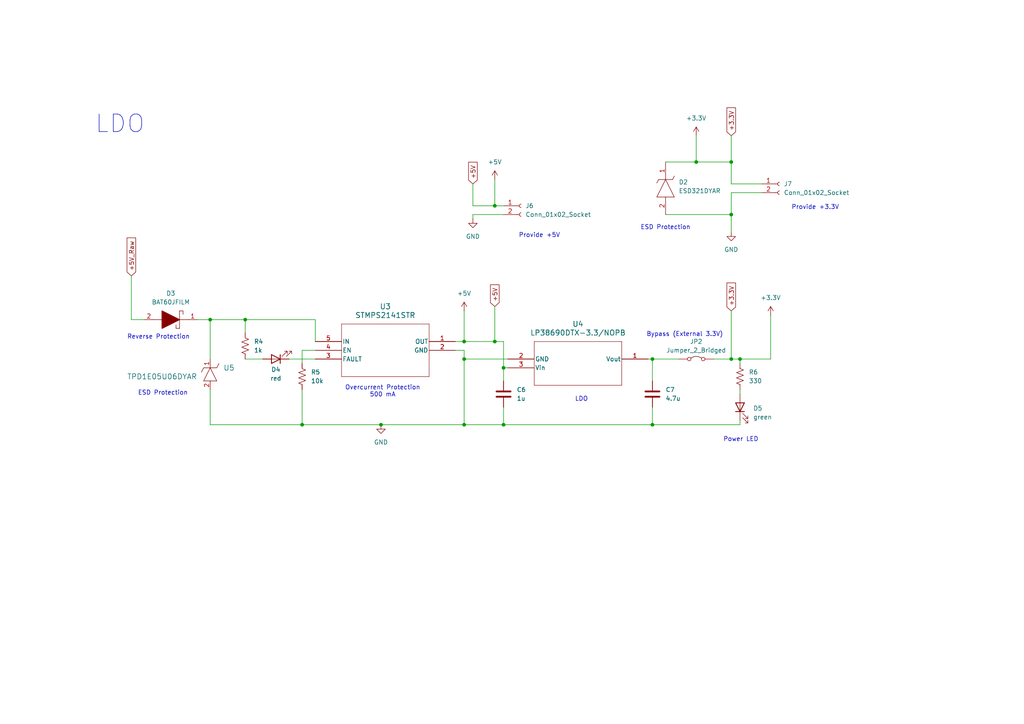
<source format=kicad_sch>
(kicad_sch (version 20231120) (generator "eeschema") (generator_version "8.0")
  (paper "A4")
  (title_block (title "PC Fan Control") (rev "v01") (comment 2 "Author: Simon Chang"))
  (lib_symbols
    (symbol "Connector:Conn_01x02_Socket" (pin_names (offset 1.016) hide)
      (property "Reference" "J" (at 0 2.54 0))
      (property "Value" "Conn_01x02_Socket" (at 0 -5.08 0))
      (symbol "Conn_01x02_Socket_1_1"
        (arc (start 0 -2.032) (mid -0.5058 -2.54) (end 0 -3.048) (stroke (width 0.1524)))
        (polyline (pts (xy -1.27 -2.54) (xy -0.508 -2.54)) (stroke (width 0.1524)))
        (polyline (pts (xy -1.27 0) (xy -0.508 0)) (stroke (width 0.1524)))
        (arc (start 0 0.508) (mid -0.5058 0) (end 0 -0.508) (stroke (width 0.1524)))
        (pin passive line (at -5.08 0 0) (length 3.81) (name "Pin_1") (number "1"))
        (pin passive line (at -5.08 -2.54 0) (length 3.81) (name "Pin_2") (number "2"))
      )
    )
    (symbol "Device:C" (pin_numbers hide) (pin_names (offset 0.254))
      (property "Reference" "C" (at 0.635 2.54 0))
      (property "Value" "C" (at 0.635 -2.54 0))
      (symbol "C_0_1"
        (polyline (pts (xy -2.032 -0.762) (xy 2.032 -0.762)) (stroke (width 0.508)))
        (polyline (pts (xy -2.032 0.762) (xy 2.032 0.762)) (stroke (width 0.508)))
      )
      (symbol "C_1_1"
        (pin passive line (at 0 3.81 270) (length 2.794) (name "~") (number "1"))
        (pin passive line (at 0 -3.81 90) (length 2.794) (name "~") (number "2"))
      )
    )
    (symbol "Device:LED" (pin_numbers hide) (pin_names (offset 1.016) hide)
      (property "Reference" "D" (at 0 2.54 0))
      (property "Value" "LED" (at 0 -2.54 0))
      (symbol "LED_0_1"
        (polyline (pts (xy -1.27 -1.27) (xy -1.27 1.27)) (stroke (width 0.254)))
        (polyline (pts (xy -1.27 0) (xy 1.27 0)))
        (polyline (pts (xy 1.27 -1.27) (xy 1.27 1.27) (xy -1.27 0) (xy 1.27 -1.27)) (stroke (width 0.254)))
        (polyline (pts (xy -3.048 -0.762) (xy -4.572 -2.286) (xy -3.81 -2.286) (xy -4.572 -2.286) (xy -4.572 -1.524)))
        (polyline (pts (xy -1.778 -0.762) (xy -3.302 -2.286) (xy -2.54 -2.286) (xy -3.302 -2.286) (xy -3.302 -1.524)))
      )
      (symbol "LED_1_1"
        (pin passive line (at -3.81 0 0) (length 2.54) (name "K") (number "1"))
        (pin passive line (at 3.81 0 180) (length 2.54) (name "A") (number "2"))
      )
    )
    (symbol "Device:R_US" (pin_numbers hide) (pin_names (offset 0))
      (property "Reference" "R" (at 2.54 0 90))
      (property "Value" "R_US" (at -2.54 0 90))
      (symbol "R_US_0_1"
        (polyline (pts (xy 0 -2.286) (xy 0 -2.54)))
        (polyline (pts (xy 0 2.286) (xy 0 2.54)))
        (polyline (pts (xy 0 -0.762) (xy 1.016 -1.143) (xy 0 -1.524) (xy -1.016 -1.905) (xy 0 -2.286)))
        (polyline (pts (xy 0 0.762) (xy 1.016 0.381) (xy 0 0) (xy -1.016 -0.381) (xy 0 -0.762)))
        (polyline (pts (xy 0 2.286) (xy 1.016 1.905) (xy 0 1.524) (xy -1.016 1.143) (xy 0 0.762)))
      )
      (symbol "R_US_1_1"
        (pin passive line (at 0 3.81 270) (length 1.27) (name "~") (number "1"))
        (pin passive line (at 0 -3.81 90) (length 1.27) (name "~") (number "2"))
      )
    )
    (symbol "Jumper:Jumper_2_Bridged" (pin_numbers hide) (pin_names (offset 0) hide) (exclude_from_sim yes)
      (property "Reference" "JP" (at 0 1.905 0))
      (property "Value" "Jumper_2_Bridged" (at 0 -2.54 0))
      (symbol "Jumper_2_Bridged_0_0"
        (circle (center -2.032 0) (radius 0.508))
        (circle (center 2.032 0) (radius 0.508))
      )
      (symbol "Jumper_2_Bridged_0_1"
        (arc (start 1.524 0.254) (mid 0 0.762) (end -1.524 0.254))
      )
      (symbol "Jumper_2_Bridged_1_1"
        (pin passive line (at -5.08 0 0) (length 2.54) (name "A") (number "1"))
        (pin passive line (at 5.08 0 180) (length 2.54) (name "B") (number "2"))
      )
    )
    (symbol "Simon_Library:BAT60JFILM" (pin_names (offset 0.762))
      (property "Reference" "D" (at 12.7 8.89 0))
      (property "Value" "BAT60JFILM" (at 12.7 6.35 0))
      (symbol "BAT60JFILM_0_0"
        (pin passive line (at 2.54 0 0) (length 2.54) (name "~") (number "1"))
        (pin passive line (at 17.78 0 180) (length 2.54) (name "~") (number "2"))
      )
      (symbol "BAT60JFILM_0_1"
        (polyline (pts (xy 5.08 0) (xy 7.62 0)) (stroke (width 0.1524)))
        (polyline (pts (xy 7.62 2.54) (xy 7.62 -2.54)) (stroke (width 0.1524)))
        (polyline (pts (xy 12.7 0) (xy 15.24 0)) (stroke (width 0.1524)))
        (polyline (pts (xy 7.62 -2.54) (xy 6.604 -2.54) (xy 6.604 -1.524)) (stroke (width 0.1524)))
        (polyline (pts (xy 7.62 2.54) (xy 8.636 2.54) (xy 8.636 1.524)) (stroke (width 0.1524)))
        (polyline (pts (xy 7.62 0) (xy 12.7 2.54) (xy 12.7 -2.54) (xy 7.62 0)) (stroke (width 0.254)) (fill (type outline)))
      )
    )
    (symbol "Simon_Library:ESD321DYAR" (pin_names (offset 0.762))
      (property "Reference" "D" (at 10.16 8.89 0))
      (property "Value" "ESD321DYAR" (at 10.16 6.35 0))
      (symbol "ESD321DYAR_0_0"
        (pin passive line (at 0 0 0) (length 5.08) (name "~") (number "1"))
        (pin passive line (at 15.24 0 180) (length 5.08) (name "~") (number "2"))
      )
      (symbol "ESD321DYAR_0_1"
        (polyline (pts (xy 4.064 2.54) (xy 5.08 2.032)) (stroke (width 0.1524)))
        (polyline (pts (xy 5.08 -2.032) (xy 5.08 2.032)) (stroke (width 0.1524)))
        (polyline (pts (xy 5.08 -2.032) (xy 6.096 -2.54)) (stroke (width 0.1524)))
        (polyline (pts (xy 5.08 0) (xy 10.16 2.54) (xy 10.16 -2.54) (xy 5.08 0)) (stroke (width 0.1524)))
      )
    )
    (symbol "Simon_Library:LP38690DTX-3.3_NOPB" (pin_names (offset 0.254))
      (property "Reference" "U" (at 20.32 10.16 0))
      (property "Value" "LP38690DTX-3.3/NOPB" (at 20.32 7.62 0))
      (symbol "LP38690DTX-3.3_NOPB_0_1"
        (polyline (pts (xy 7.62 -7.62) (xy 33.02 -7.62)) (stroke (width 0.127)))
        (polyline (pts (xy 7.62 5.08) (xy 7.62 -7.62)) (stroke (width 0.127)))
        (polyline (pts (xy 33.02 -7.62) (xy 33.02 5.08)) (stroke (width 0.127)))
        (polyline (pts (xy 33.02 5.08) (xy 7.62 5.08)) (stroke (width 0.127)))
        (pin output line (at 0 0 0) (length 7.62) (name "Vout") (number "1"))
        (pin passive line (at 40.64 0 180) (length 7.62) (name "GND") (number "2"))
        (pin input line (at 40.64 -2.54 180) (length 7.62) (name "Vin") (number "3"))
      )
    )
    (symbol "Simon_Library:STMPS2141STR" (pin_names (offset 0.254))
      (property "Reference" "U" (at 20.32 10.16 0))
      (property "Value" "STMPS2141STR" (at 20.32 7.62 0))
      (symbol "STMPS2141STR_0_1"
        (polyline (pts (xy 7.62 -10.16) (xy 33.02 -10.16)) (stroke (width 0.127)))
        (polyline (pts (xy 7.62 5.08) (xy 7.62 -10.16)) (stroke (width 0.127)))
        (polyline (pts (xy 33.02 -10.16) (xy 33.02 5.08)) (stroke (width 0.127)))
        (polyline (pts (xy 33.02 5.08) (xy 7.62 5.08)) (stroke (width 0.127)))
        (pin output line (at 0 0 0) (length 7.62) (name "OUT") (number "1"))
        (pin power_in line (at 0 -2.54 0) (length 7.62) (name "GND") (number "2"))
        (pin unspecified line (at 40.64 -5.08 180) (length 7.62) (name "FAULT") (number "3"))
        (pin unspecified line (at 40.64 -2.54 180) (length 7.62) (name "EN") (number "4"))
        (pin input line (at 40.64 0 180) (length 7.62) (name "IN") (number "5"))
      )
    )
    (symbol "Simon_Library:TPD1E05U06DYAR" (pin_names (offset 0.254))
      (property "Reference" "U" (at 0 4.064 0))
      (property "Value" "TPD1E05U06DYAR" (at 0.254 -3.556 0))
      (symbol "TPD1E05U06DYAR_1_1"
        (polyline (pts (xy -1.27 0) (xy -1.27 -1.905) (xy 0 -2.54)))
        (polyline (pts (xy -1.27 0) (xy -1.27 1.905) (xy -2.54 2.54)))
        (polyline (pts (xy 2.54 1.905) (xy -1.27 0) (xy 2.54 -1.905) (xy 2.54 1.905)))
        (pin bidirectional line (at -3.81 0 0) (length 2.54) (name "") (number "1"))
        (pin power_out line (at 5.08 0 180) (length 2.54) (name "") (number "2"))
      )
    )
    (symbol "power:+3.3V" (power) (pin_numbers hide) (pin_names (offset 0) hide)
      (property "Value" "+3.3V" (at 0 3.556 0))
      (symbol "+3.3V_0_1"
        (polyline (pts (xy -0.762 1.27) (xy 0 2.54)))
        (polyline (pts (xy 0 0) (xy 0 2.54)))
        (polyline (pts (xy 0 2.54) (xy 0.762 1.27)))
      )
      (symbol "+3.3V_1_1"
        (pin power_in line (at 0 0 90) (length 0) (name "~") (number "1"))
      )
    )
    (symbol "power:+5V" (power) (pin_numbers hide) (pin_names (offset 0) hide)
      (property "Value" "+5V" (at 0 3.556 0))
      (symbol "+5V_0_1"
        (polyline (pts (xy -0.762 1.27) (xy 0 2.54)))
        (polyline (pts (xy 0 0) (xy 0 2.54)))
        (polyline (pts (xy 0 2.54) (xy 0.762 1.27)))
      )
      (symbol "+5V_1_1"
        (pin power_in line (at 0 0 90) (length 0) (name "~") (number "1"))
      )
    )
    (symbol "power:GND" (power) (pin_numbers hide) (pin_names (offset 0) hide)
      (property "Value" "GND" (at 0 -3.81 0))
      (symbol "GND_0_1"
        (polyline (pts (xy 0 0) (xy 0 -1.27) (xy 1.27 -1.27) (xy 0 -2.54) (xy -1.27 -1.27) (xy 0 -1.27)))
      )
      (symbol "GND_1_1"
        (pin power_in line (at 0 0 270) (length 0) (name "~") (number "1"))
      )
    )
  )
  (junction (at 134.62 99.06))
  (junction (at 212.09 62.23))
  (junction (at 110.49 123.19))
  (junction (at 60.96 92.71))
  (junction (at 212.09 46.99))
  (junction (at 146.05 106.68))
  (junction (at 143.51 59.69))
  (junction (at 212.09 104.14))
  (junction (at 214.63 104.14))
  (junction (at 134.62 123.19))
  (junction (at 146.05 123.19))
  (junction (at 201.93 46.99))
  (junction (at 143.51 99.06))
  (junction (at 71.12 92.71))
  (junction (at 134.62 104.14))
  (junction (at 189.23 123.19))
  (junction (at 87.63 123.19))
  (junction (at 189.23 104.14))
  (wire (pts (xy 189.23 123.19) (xy 214.63 123.19)))
  (wire (pts (xy 134.62 104.14) (xy 147.32 104.14)))
  (wire (pts (xy 214.63 123.19) (xy 214.63 121.92)))
  (wire (pts (xy 57.15 92.71) (xy 60.96 92.71)))
  (wire (pts (xy 60.96 113.03) (xy 60.96 123.19)))
  (wire (pts (xy 134.62 123.19) (xy 146.05 123.19)))
  (wire (pts (xy 223.52 104.14) (xy 214.63 104.14)))
  (wire (pts (xy 146.05 106.68) (xy 147.32 106.68)))
  (wire (pts (xy 137.16 53.34) (xy 137.16 59.69)))
  (wire (pts (xy 212.09 55.88) (xy 220.98 55.88)))
  (wire (pts (xy 212.09 90.17) (xy 212.09 104.14)))
  (wire (pts (xy 214.63 113.03) (xy 214.63 114.3)))
  (wire (pts (xy 187.96 104.14) (xy 189.23 104.14)))
  (wire (pts (xy 87.63 101.6) (xy 87.63 105.41)))
  (wire (pts (xy 143.51 88.9) (xy 143.51 99.06)))
  (wire (pts (xy 91.44 92.71) (xy 91.44 99.06)))
  (wire (pts (xy 87.63 113.03) (xy 87.63 123.19)))
  (wire (pts (xy 60.96 123.19) (xy 87.63 123.19)))
  (wire (pts (xy 71.12 96.52) (xy 71.12 92.71)))
  (wire (pts (xy 212.09 104.14) (xy 214.63 104.14)))
  (wire (pts (xy 137.16 62.23) (xy 146.05 62.23)))
  (wire (pts (xy 137.16 59.69) (xy 143.51 59.69)))
  (wire (pts (xy 87.63 123.19) (xy 110.49 123.19)))
  (wire (pts (xy 189.23 104.14) (xy 189.23 110.49)))
  (wire (pts (xy 212.09 46.99) (xy 212.09 53.34)))
  (wire (pts (xy 212.09 67.31) (xy 212.09 62.23)))
  (wire (pts (xy 71.12 92.71) (xy 91.44 92.71)))
  (wire (pts (xy 193.04 46.99) (xy 201.93 46.99)))
  (wire (pts (xy 189.23 118.11) (xy 189.23 123.19)))
  (wire (pts (xy 71.12 104.14) (xy 76.2 104.14)))
  (wire (pts (xy 146.05 123.19) (xy 189.23 123.19)))
  (wire (pts (xy 212.09 62.23) (xy 212.09 55.88)))
  (wire (pts (xy 134.62 101.6) (xy 134.62 104.14)))
  (wire (pts (xy 60.96 104.14) (xy 60.96 92.71)))
  (wire (pts (xy 212.09 39.37) (xy 212.09 46.99)))
  (wire (pts (xy 212.09 53.34) (xy 220.98 53.34)))
  (wire (pts (xy 146.05 106.68) (xy 146.05 99.06)))
  (wire (pts (xy 60.96 92.71) (xy 71.12 92.71)))
  (wire (pts (xy 110.49 123.19) (xy 134.62 123.19)))
  (wire (pts (xy 223.52 91.44) (xy 223.52 104.14)))
  (wire (pts (xy 201.93 39.37) (xy 201.93 46.99)))
  (wire (pts (xy 214.63 104.14) (xy 214.63 105.41)))
  (wire (pts (xy 143.51 59.69) (xy 146.05 59.69)))
  (wire (pts (xy 134.62 99.06) (xy 143.51 99.06)))
  (wire (pts (xy 193.04 62.23) (xy 212.09 62.23)))
  (wire (pts (xy 38.1 92.71) (xy 41.91 92.71)))
  (wire (pts (xy 132.08 99.06) (xy 134.62 99.06)))
  (wire (pts (xy 201.93 46.99) (xy 212.09 46.99)))
  (wire (pts (xy 189.23 104.14) (xy 196.85 104.14)))
  (wire (pts (xy 146.05 106.68) (xy 146.05 110.49)))
  (wire (pts (xy 134.62 104.14) (xy 134.62 123.19)))
  (wire (pts (xy 83.82 104.14) (xy 91.44 104.14)))
  (wire (pts (xy 91.44 101.6) (xy 87.63 101.6)))
  (wire (pts (xy 143.51 52.07) (xy 143.51 59.69)))
  (wire (pts (xy 146.05 118.11) (xy 146.05 123.19)))
  (wire (pts (xy 38.1 80.01) (xy 38.1 92.71)))
  (wire (pts (xy 137.16 63.5) (xy 137.16 62.23)))
  (wire (pts (xy 132.08 101.6) (xy 134.62 101.6)))
  (wire (pts (xy 207.01 104.14) (xy 212.09 104.14)))
  (wire (pts (xy 143.51 99.06) (xy 146.05 99.06)))
  (wire (pts (xy 134.62 90.17) (xy 134.62 99.06)))
  (text "Power LED" (at 214.884 127.508 0) (effects (font (size 1.27 1.27))))
  (text "Overcurrent Protection\n500 mA" (at 110.998 113.538 0) (effects (font (size 1.27 1.27))))
  (text "ESD Protection" (at 47.244 114.046 0) (effects (font (size 1.27 1.27))))
  (text "Reverse Protection" (at 45.974 97.79 0) (effects (font (size 1.27 1.27))))
  (text "Provide +5V" (at 156.464 68.326 0) (effects (font (size 1.27 1.27))))
  (text "Provide +3.3V" (at 236.474 60.198 0) (effects (font (size 1.27 1.27))))
  (text "Bypass (External 3.3V)" (at 198.628 97.028 0) (effects (font (size 1.27 1.27))))
  (text "LDO" (at 168.656 115.824 0) (effects (font (size 1.27 1.27))))
  (text "LDO" (at 34.798 36.068 0) (effects (font (size 5.08 5.08))))
  (text "ESD Protection" (at 193.04 66.04 0) (effects (font (size 1.27 1.27))))
  (global_label "+3.3V" (shape input) (at 212.09 39.37 90) (property "Intersheetrefs" "${INTERSHEET_REFS}" (effects (hide yes))))
  (global_label "+5V" (shape input) (at 143.51 88.9 90) (property "Intersheetrefs" "${INTERSHEET_REFS}" (effects (hide yes))))
  (global_label "+5V" (shape input) (at 137.16 53.34 90) (property "Intersheetrefs" "${INTERSHEET_REFS}" (effects (hide yes))))
  (global_label "+5V_Raw" (shape input) (at 38.1 80.01 90) (property "Intersheetrefs" "${INTERSHEET_REFS}" (effects (hide yes))))
  (global_label "+3.3V" (shape input) (at 212.09 90.17 90) (property "Intersheetrefs" "${INTERSHEET_REFS}" (effects (hide yes))))
  (symbol (lib_id "Simon_Library:LP38690DTX-3.3_NOPB") (at 187.96 104.14 0) (mirror y) (unit 1)
    (property "Reference" "U4" (at 167.64 93.98 0) (effects (font (size 1.524 1.524))))
    (property "Value" "LP38690DTX-3.3/NOPB" (at 167.64 96.52 0) (effects (font (size 1.524 1.524))))
    (property "Footprint" "Simon_Library:TO252-3" (effects (hide yes)))
    (property "Datasheet" "https://www.ti.com/lit/ds/symlink/lp38690.pdf?ts=1722051204957&ref_url=https%253A%252F%252Fwww.ti.com%252Fproduct%252FLP38690%252Fpart-details%252FLP38690DTX-3.3%252FNOPB%253Futm_source%253Dgoogleutm_medium%253Dcpc%2526utm_campaign%253Dapp-null-null-OPN_EN-cpc-store-google-sa%2526utm_content%253DDevice%2526ds_k%253D%2526DCM%253Dyes%2526bm-verify%253DAAQAAAAJ_____1pp3dPFXRNwldZvIeXsyvneE7WRxth0mLI64yLGDSwFfUquWobw3wDnu6l6p2iZQ7w5PXq1XMqqtXfwiS18RqGHGKPpxAd5gBeOe16QuQ54E4ilS1CjUKZ290izVJQWclUT0qzOwSoxU8rzARy5KgmjMgby7YZ57lr9evuMhyC98An0FP0JNR-M5zHe1pKJZdVy72Hnup-RkApcLOYoN_falyBVVLJxB45zz6FNls9Uql-RQlJmw2BPZn4KcrzBE26FauCCHekJNqyu800Zn-e6wQODvAqwmLlk3TtEjxW13Hx_8Yv7BSO6wO9RprWG1sJW4s4OXmYJfBOstcT4wiOjLir97zZGG7T1LHukcPtQ7RAWpgZjritu-kSsSER3EJlfWtAQ9Dd6_MKPoAc4rpSd5RYzAbniE8QFdUo_vFjRSNBo5t8I5LtBENMaBKe8p8oKvg-X4gStssNVfLoohvp_XP7C9iLGA1AEzDlgekLNOK5_4GDHqa8b9g7YVKnoc2ACjNmvYbl8Cn_kSygur_Z_aqkGMjfvr0_vHa5Rc37YVnmRoackbFyNn02del0Pdh_GMv_tSU5nUap2j7gPDyo" (effects (hide yes)))
    (property "Description" "Ti LP38690DTX-3.3/NOPB" (effects (hide yes)))
  )
  (symbol (lib_id "Simon_Library:ESD321DYAR") (at 193.04 46.99 270) (unit 1)
    (property "Reference" "D2" (at 196.85 52.8319 90) (effects (justify left)))
    (property "Value" "ESD321DYAR" (at 196.85 55.3719 90) (effects (justify left)))
    (property "Footprint" "Simon_Library:SOT (SOD-523)_Ti_DYA" (effects (hide yes)))
    (property "Description" "6.3V (Typ) Clamp 6A (8/20s) Ipp Tvs Diode Surface Mount SOT-5X3" (effects (hide yes)))
    (property "Description_1" "6.3V (Typ) Clamp 6A (8/20s) Ipp Tvs Diode Surface Mount SOT-5X3" (effects (hide yes)))
    (property "Height" "0.77" (effects (hide yes)))
    (property "Mouser Part Number" "595-ESD321DYAR" (effects (hide yes)))
    (property "Mouser Price/Stock" "https://www.mouser.co.uk/ProductDetail/Texas-Instruments/ESD321DYAR?qs=rQFj71Wb1eXoYwRMra0IYA%3D%3D" (effects (hide yes)))
    (property "Manufacturer_Name" "Texas Instruments" (effects (hide yes)))
    (property "Manufacturer_Part_Number" "ESD321DYAR" (effects (hide yes)))
  )
  (symbol (lib_id "Device:R_US") (at 214.63 109.22 0) (unit 1)
    (property "Reference" "R6" (at 217.17 107.9499 0) (effects (justify left)))
    (property "Value" "330" (at 217.17 110.4899 0) (effects (justify left)))
    (property "Footprint" "Resistor_SMD:R_0805_2012Metric_Pad1.20x1.40mm_HandSolder" (effects (hide yes)))
    (property "Description" "YAGEO RL0805JR-070R33L" (effects (hide yes)))
  )
  (symbol (lib_id "Simon_Library:STMPS2141STR") (at 132.08 99.06 0) (mirror y) (unit 1)
    (property "Reference" "U3" (at 111.76 88.9 0) (effects (font (size 1.524 1.524))))
    (property "Value" "STMPS2141STR" (at 111.76 91.44 0) (effects (font (size 1.524 1.524))))
    (property "Footprint" "Simon_Library:SOT23-5L_STM" (effects (hide yes)))
    (property "Datasheet" "https://www.st.com/content/ccc/resource/technical/document/datasheet/e8/d7/48/25/eb/87/45/b3/CD00167470.pdf/files/CD00167470.pdf/jcr:content/translations/en.CD00167470.pdf" (effects (hide yes)))
    (property "Description" "ST STMPS2141STR" (effects (hide yes)))
  )
  (symbol (lib_id "Jumper:Jumper_2_Bridged") (at 201.93 104.14 0) (unit 1) (exclude_from_sim yes)
    (property "Reference" "JP2" (at 201.93 99.06 0))
    (property "Value" "Jumper_2_Bridged" (at 201.93 101.6 0))
    (property "Footprint" "Connector_PinHeader_2.54mm:PinHeader_1x02_P2.54mm_Vertical" (effects (hide yes)))
    (property "Description" "Jumper, 2-pole, closed/bridged" (effects (hide yes)))
  )
  (symbol (lib_id "Device:LED") (at 214.63 118.11 90) (unit 1)
    (property "Reference" "D5" (at 218.44 118.4274 90) (effects (justify right)))
    (property "Value" "green" (at 218.44 120.9674 90) (effects (justify right)))
    (property "Footprint" "LED_THT:LED_D3.0mm" (effects (hide yes)))
    (property "Datasheet" "https://www.we-online.com/components/products/datasheet/151031VS06000.pdf" (effects (hide yes)))
    (property "Description" "151031VS06000" (effects (hide yes)))
  )
  (symbol (lib_id "Device:C") (at 189.23 114.3 0) (unit 1)
    (property "Reference" "C7" (at 193.04 113.0299 0) (effects (justify left)))
    (property "Value" "4.7u" (at 193.04 115.5699 0) (effects (justify left)))
    (property "Footprint" "Capacitor_SMD:C_0402_1005Metric_Pad0.74x0.62mm_HandSolder" (effects (hide yes)))
    (property "Datasheet" "https://www.mouser.tw/datasheet/2/281/1/GRM155R60J475ME87_01A-1983790.pdf" (effects (hide yes)))
    (property "Description" "Murata GRM155R60J475ME87D" (effects (hide yes)))
  )
  (symbol (lib_id "Simon_Library:BAT60JFILM") (at 59.69 92.71 180) (unit 1)
    (property "Reference" "D3" (at 49.53 85.09 0))
    (property "Value" "BAT60JFILM" (at 49.53 87.63 0))
    (property "Footprint" "Simon_Library:SOD2513X117N" (effects (hide yes)))
    (property "Datasheet" "https://www.mouser.jp/datasheet/2/389/cd00001944-1795661.pdf" (effects (hide yes)))
    (property "Description" "SMALL SIGNAL SCHOTTKY DIODE" (effects (hide yes)))
    (property "Description_1" "SMALL SIGNAL SCHOTTKY DIODE" (effects (hide yes)))
    (property "Height" "1.17" (effects (hide yes)))
    (property "Mouser Part Number" "511-BAT60JFILM" (effects (hide yes)))
    (property "Mouser Price/Stock" "https://www.mouser.co.uk/ProductDetail/STMicroelectronics/BAT60JFILM?qs=GnFZssByvVVVnMaukcyLZg%3D%3D" (effects (hide yes)))
    (property "Manufacturer_Name" "STMicroelectronics" (effects (hide yes)))
    (property "Manufacturer_Part_Number" "BAT60JFILM" (effects (hide yes)))
  )
  (symbol (lib_id "power:+3.3V") (at 201.93 39.37 0) (unit 1)
    (property "Reference" "#PWR013" (effects (hide yes)))
    (property "Value" "+3.3V" (at 201.93 34.29 0))
    (property "Description" "Power symbol creates a global label with name \"+3.3V\"" (effects (hide yes)))
  )
  (symbol (lib_id "power:GND") (at 110.49 123.19 0) (unit 1)
    (property "Reference" "#PWR011" (effects (hide yes)))
    (property "Value" "GND" (at 110.49 128.27 0))
    (property "Description" "Power symbol creates a global label with name \"GND\" , ground" (effects (hide yes)))
  )
  (symbol (lib_id "Simon_Library:TPD1E05U06DYAR") (at 60.96 107.95 270) (unit 1)
    (property "Reference" "U5" (at 64.77 106.6799 90) (effects (font (size 1.524 1.524)) (justify left)))
    (property "Value" "TPD1E05U06DYAR" (at 36.83 109.22 90) (effects (font (size 1.524 1.524)) (justify left)))
    (property "Footprint" "Simon_Library:SOT5x3_DYA_TEX" (effects (hide yes)))
    (property "Datasheet" "TPD1E05U06DYAR" (effects (hide yes)))
    (property "Description" "Ti TPD1E05U06DYAR" (effects (hide yes)))
  )
  (symbol (lib_id "Device:R_US") (at 71.12 100.33 0) (unit 1)
    (property "Reference" "R4" (at 73.66 99.0599 0) (effects (justify left)))
    (property "Value" "1k" (at 73.66 101.5999 0) (effects (justify left)))
    (property "Footprint" "Resistor_SMD:R_0805_2012Metric_Pad1.20x1.40mm_HandSolder" (effects (hide yes)))
    (property "Description" "YAGEO RC0805JR-071KL" (effects (hide yes)))
  )
  (symbol (lib_id "power:GND") (at 212.09 67.31 0) (unit 1)
    (property "Reference" "#PWR08" (effects (hide yes)))
    (property "Value" "GND" (at 212.09 72.39 0))
    (property "Description" "Power symbol creates a global label with name \"GND\" , ground" (effects (hide yes)))
  )
  (symbol (lib_id "Device:C") (at 146.05 114.3 0) (unit 1)
    (property "Reference" "C6" (at 149.86 113.0299 0) (effects (justify left)))
    (property "Value" "1u" (at 149.86 115.5699 0) (effects (justify left)))
    (property "Footprint" "Capacitor_SMD:C_0402_1005Metric_Pad0.74x0.62mm_HandSolder" (effects (hide yes)))
    (property "Datasheet" "https://www.mouser.tw/datasheet/2/281/1/GRM155C71C105KE11_01A-2885935.pdf" (effects (hide yes)))
    (property "Description" "Murata Electronics GRM155C71C105KE11J" (effects (hide yes)))
  )
  (symbol (lib_id "Device:LED") (at 80.01 104.14 180) (unit 1)
    (property "Reference" "D4" (at 80.01 107.188 0))
    (property "Value" "red" (at 80.01 109.728 0))
    (property "Footprint" "LED_THT:LED_D3.0mm" (effects (hide yes)))
    (property "Datasheet" "https://www.we-online.com/components/products/datasheet/151031SS04000.pdf" (effects (hide yes)))
    (property "Description" "151031SS04000" (effects (hide yes)))
  )
  (symbol (lib_id "power:+5V") (at 134.62 90.17 0) (unit 1)
    (property "Reference" "#PWR05" (effects (hide yes)))
    (property "Value" "+5V" (at 134.62 85.09 0))
    (property "Description" "Power symbol creates a global label with name \"+5V\"" (effects (hide yes)))
  )
  (symbol (lib_id "Connector:Conn_01x02_Socket") (at 226.06 53.34 0) (unit 1)
    (property "Reference" "J7" (at 227.33 53.3399 0) (effects (justify left)))
    (property "Value" "Conn_01x02_Socket" (at 227.33 55.8799 0) (effects (justify left)))
    (property "Footprint" "Connector_PinSocket_2.54mm:PinSocket_1x02_P2.54mm_Vertical" (effects (hide yes)))
    (property "Description" "Generic connector, single row, 01x02, script generated" (effects (hide yes)))
  )
  (symbol (lib_id "power:+5V") (at 143.51 52.07 0) (unit 1)
    (property "Reference" "#PWR014" (effects (hide yes)))
    (property "Value" "+5V" (at 143.51 46.99 0))
    (property "Description" "Power symbol creates a global label with name \"+5V\"" (effects (hide yes)))
  )
  (symbol (lib_id "Connector:Conn_01x02_Socket") (at 151.13 59.69 0) (unit 1)
    (property "Reference" "J6" (at 152.4 59.6899 0) (effects (justify left)))
    (property "Value" "Conn_01x02_Socket" (at 152.4 62.2299 0) (effects (justify left)))
    (property "Footprint" "Connector_PinSocket_2.54mm:PinSocket_1x02_P2.54mm_Vertical" (effects (hide yes)))
    (property "Description" "Generic connector, single row, 01x02, script generated" (effects (hide yes)))
  )
  (symbol (lib_id "Device:R_US") (at 87.63 109.22 0) (unit 1)
    (property "Reference" "R5" (at 90.17 107.9499 0) (effects (justify left)))
    (property "Value" "10k" (at 90.17 110.4899 0) (effects (justify left)))
    (property "Footprint" "Resistor_SMD:R_0805_2012Metric_Pad1.20x1.40mm_HandSolder" (effects (hide yes)))
    (property "Description" "YAGEO RC0805FR-1010KL" (effects (hide yes)))
  )
  (symbol (lib_id "power:+3.3V") (at 223.52 91.44 0) (unit 1)
    (property "Reference" "#PWR06" (effects (hide yes)))
    (property "Value" "+3.3V" (at 223.52 86.36 0))
    (property "Description" "Power symbol creates a global label with name \"+3.3V\"" (effects (hide yes)))
  )
  (symbol (lib_id "power:GND") (at 137.16 63.5 0) (unit 1)
    (property "Reference" "#PWR07" (effects (hide yes)))
    (property "Value" "GND" (at 137.16 68.58 0))
    (property "Description" "Power symbol creates a global label with name \"GND\" , ground" (effects (hide yes)))
  )
)
</source>
